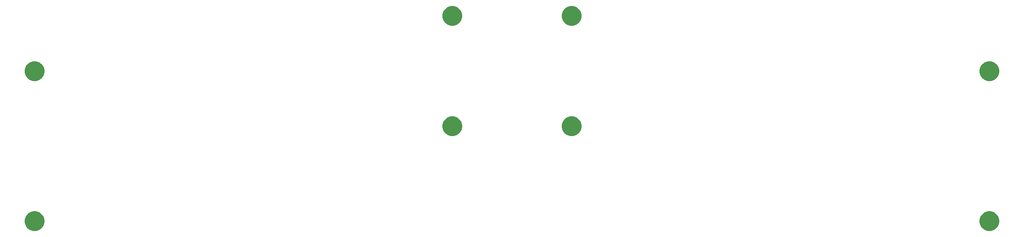
<source format=gbs>
G04 #@! TF.GenerationSoftware,KiCad,Pcbnew,(5.1.4)-1*
G04 #@! TF.CreationDate,2021-09-24T23:07:36-04:00*
G04 #@! TF.ProjectId,horizon-choc-bottom-plate,686f7269-7a6f-46e2-9d63-686f632d626f,rev?*
G04 #@! TF.SameCoordinates,Original*
G04 #@! TF.FileFunction,Soldermask,Bot*
G04 #@! TF.FilePolarity,Negative*
%FSLAX46Y46*%
G04 Gerber Fmt 4.6, Leading zero omitted, Abs format (unit mm)*
G04 Created by KiCad (PCBNEW (5.1.4)-1) date 2021-09-24 23:07:36*
%MOMM*%
%LPD*%
G04 APERTURE LIST*
%ADD10C,0.100000*%
G04 APERTURE END LIST*
D10*
G36*
X94275880Y-143759776D02*
G01*
X94656593Y-143835504D01*
X95066249Y-144005189D01*
X95434929Y-144251534D01*
X95748466Y-144565071D01*
X95994811Y-144933751D01*
X96164496Y-145343407D01*
X96251000Y-145778296D01*
X96251000Y-146221704D01*
X96164496Y-146656593D01*
X95994811Y-147066249D01*
X95748466Y-147434929D01*
X95434929Y-147748466D01*
X95066249Y-147994811D01*
X94656593Y-148164496D01*
X94275880Y-148240224D01*
X94221705Y-148251000D01*
X93778295Y-148251000D01*
X93724120Y-148240224D01*
X93343407Y-148164496D01*
X92933751Y-147994811D01*
X92565071Y-147748466D01*
X92251534Y-147434929D01*
X92005189Y-147066249D01*
X91835504Y-146656593D01*
X91749000Y-146221704D01*
X91749000Y-145778296D01*
X91835504Y-145343407D01*
X92005189Y-144933751D01*
X92251534Y-144565071D01*
X92565071Y-144251534D01*
X92933751Y-144005189D01*
X93343407Y-143835504D01*
X93724120Y-143759776D01*
X93778295Y-143749000D01*
X94221705Y-143749000D01*
X94275880Y-143759776D01*
X94275880Y-143759776D01*
G37*
G36*
X310275880Y-143759776D02*
G01*
X310656593Y-143835504D01*
X311066249Y-144005189D01*
X311434929Y-144251534D01*
X311748466Y-144565071D01*
X311994811Y-144933751D01*
X312164496Y-145343407D01*
X312251000Y-145778296D01*
X312251000Y-146221704D01*
X312164496Y-146656593D01*
X311994811Y-147066249D01*
X311748466Y-147434929D01*
X311434929Y-147748466D01*
X311066249Y-147994811D01*
X310656593Y-148164496D01*
X310275880Y-148240224D01*
X310221705Y-148251000D01*
X309778295Y-148251000D01*
X309724120Y-148240224D01*
X309343407Y-148164496D01*
X308933751Y-147994811D01*
X308565071Y-147748466D01*
X308251534Y-147434929D01*
X308005189Y-147066249D01*
X307835504Y-146656593D01*
X307749000Y-146221704D01*
X307749000Y-145778296D01*
X307835504Y-145343407D01*
X308005189Y-144933751D01*
X308251534Y-144565071D01*
X308565071Y-144251534D01*
X308933751Y-144005189D01*
X309343407Y-143835504D01*
X309724120Y-143759776D01*
X309778295Y-143749000D01*
X310221705Y-143749000D01*
X310275880Y-143759776D01*
X310275880Y-143759776D01*
G37*
G36*
X188775880Y-122259776D02*
G01*
X189156593Y-122335504D01*
X189566249Y-122505189D01*
X189934929Y-122751534D01*
X190248466Y-123065071D01*
X190494811Y-123433751D01*
X190664496Y-123843407D01*
X190751000Y-124278296D01*
X190751000Y-124721704D01*
X190664496Y-125156593D01*
X190494811Y-125566249D01*
X190248466Y-125934929D01*
X189934929Y-126248466D01*
X189566249Y-126494811D01*
X189156593Y-126664496D01*
X188775880Y-126740224D01*
X188721705Y-126751000D01*
X188278295Y-126751000D01*
X188224120Y-126740224D01*
X187843407Y-126664496D01*
X187433751Y-126494811D01*
X187065071Y-126248466D01*
X186751534Y-125934929D01*
X186505189Y-125566249D01*
X186335504Y-125156593D01*
X186249000Y-124721704D01*
X186249000Y-124278296D01*
X186335504Y-123843407D01*
X186505189Y-123433751D01*
X186751534Y-123065071D01*
X187065071Y-122751534D01*
X187433751Y-122505189D01*
X187843407Y-122335504D01*
X188224120Y-122259776D01*
X188278295Y-122249000D01*
X188721705Y-122249000D01*
X188775880Y-122259776D01*
X188775880Y-122259776D01*
G37*
G36*
X215775880Y-122259776D02*
G01*
X216156593Y-122335504D01*
X216566249Y-122505189D01*
X216934929Y-122751534D01*
X217248466Y-123065071D01*
X217494811Y-123433751D01*
X217664496Y-123843407D01*
X217751000Y-124278296D01*
X217751000Y-124721704D01*
X217664496Y-125156593D01*
X217494811Y-125566249D01*
X217248466Y-125934929D01*
X216934929Y-126248466D01*
X216566249Y-126494811D01*
X216156593Y-126664496D01*
X215775880Y-126740224D01*
X215721705Y-126751000D01*
X215278295Y-126751000D01*
X215224120Y-126740224D01*
X214843407Y-126664496D01*
X214433751Y-126494811D01*
X214065071Y-126248466D01*
X213751534Y-125934929D01*
X213505189Y-125566249D01*
X213335504Y-125156593D01*
X213249000Y-124721704D01*
X213249000Y-124278296D01*
X213335504Y-123843407D01*
X213505189Y-123433751D01*
X213751534Y-123065071D01*
X214065071Y-122751534D01*
X214433751Y-122505189D01*
X214843407Y-122335504D01*
X215224120Y-122259776D01*
X215278295Y-122249000D01*
X215721705Y-122249000D01*
X215775880Y-122259776D01*
X215775880Y-122259776D01*
G37*
G36*
X310275880Y-109759776D02*
G01*
X310656593Y-109835504D01*
X311066249Y-110005189D01*
X311434929Y-110251534D01*
X311748466Y-110565071D01*
X311994811Y-110933751D01*
X312164496Y-111343407D01*
X312251000Y-111778296D01*
X312251000Y-112221704D01*
X312164496Y-112656593D01*
X311994811Y-113066249D01*
X311748466Y-113434929D01*
X311434929Y-113748466D01*
X311066249Y-113994811D01*
X310656593Y-114164496D01*
X310275880Y-114240224D01*
X310221705Y-114251000D01*
X309778295Y-114251000D01*
X309724120Y-114240224D01*
X309343407Y-114164496D01*
X308933751Y-113994811D01*
X308565071Y-113748466D01*
X308251534Y-113434929D01*
X308005189Y-113066249D01*
X307835504Y-112656593D01*
X307749000Y-112221704D01*
X307749000Y-111778296D01*
X307835504Y-111343407D01*
X308005189Y-110933751D01*
X308251534Y-110565071D01*
X308565071Y-110251534D01*
X308933751Y-110005189D01*
X309343407Y-109835504D01*
X309724120Y-109759776D01*
X309778295Y-109749000D01*
X310221705Y-109749000D01*
X310275880Y-109759776D01*
X310275880Y-109759776D01*
G37*
G36*
X94275880Y-109759776D02*
G01*
X94656593Y-109835504D01*
X95066249Y-110005189D01*
X95434929Y-110251534D01*
X95748466Y-110565071D01*
X95994811Y-110933751D01*
X96164496Y-111343407D01*
X96251000Y-111778296D01*
X96251000Y-112221704D01*
X96164496Y-112656593D01*
X95994811Y-113066249D01*
X95748466Y-113434929D01*
X95434929Y-113748466D01*
X95066249Y-113994811D01*
X94656593Y-114164496D01*
X94275880Y-114240224D01*
X94221705Y-114251000D01*
X93778295Y-114251000D01*
X93724120Y-114240224D01*
X93343407Y-114164496D01*
X92933751Y-113994811D01*
X92565071Y-113748466D01*
X92251534Y-113434929D01*
X92005189Y-113066249D01*
X91835504Y-112656593D01*
X91749000Y-112221704D01*
X91749000Y-111778296D01*
X91835504Y-111343407D01*
X92005189Y-110933751D01*
X92251534Y-110565071D01*
X92565071Y-110251534D01*
X92933751Y-110005189D01*
X93343407Y-109835504D01*
X93724120Y-109759776D01*
X93778295Y-109749000D01*
X94221705Y-109749000D01*
X94275880Y-109759776D01*
X94275880Y-109759776D01*
G37*
G36*
X188775880Y-97259776D02*
G01*
X189156593Y-97335504D01*
X189566249Y-97505189D01*
X189934929Y-97751534D01*
X190248466Y-98065071D01*
X190494811Y-98433751D01*
X190664496Y-98843407D01*
X190751000Y-99278296D01*
X190751000Y-99721704D01*
X190664496Y-100156593D01*
X190494811Y-100566249D01*
X190248466Y-100934929D01*
X189934929Y-101248466D01*
X189566249Y-101494811D01*
X189156593Y-101664496D01*
X188775880Y-101740224D01*
X188721705Y-101751000D01*
X188278295Y-101751000D01*
X188224120Y-101740224D01*
X187843407Y-101664496D01*
X187433751Y-101494811D01*
X187065071Y-101248466D01*
X186751534Y-100934929D01*
X186505189Y-100566249D01*
X186335504Y-100156593D01*
X186249000Y-99721704D01*
X186249000Y-99278296D01*
X186335504Y-98843407D01*
X186505189Y-98433751D01*
X186751534Y-98065071D01*
X187065071Y-97751534D01*
X187433751Y-97505189D01*
X187843407Y-97335504D01*
X188224120Y-97259776D01*
X188278295Y-97249000D01*
X188721705Y-97249000D01*
X188775880Y-97259776D01*
X188775880Y-97259776D01*
G37*
G36*
X215775880Y-97259776D02*
G01*
X216156593Y-97335504D01*
X216566249Y-97505189D01*
X216934929Y-97751534D01*
X217248466Y-98065071D01*
X217494811Y-98433751D01*
X217664496Y-98843407D01*
X217751000Y-99278296D01*
X217751000Y-99721704D01*
X217664496Y-100156593D01*
X217494811Y-100566249D01*
X217248466Y-100934929D01*
X216934929Y-101248466D01*
X216566249Y-101494811D01*
X216156593Y-101664496D01*
X215775880Y-101740224D01*
X215721705Y-101751000D01*
X215278295Y-101751000D01*
X215224120Y-101740224D01*
X214843407Y-101664496D01*
X214433751Y-101494811D01*
X214065071Y-101248466D01*
X213751534Y-100934929D01*
X213505189Y-100566249D01*
X213335504Y-100156593D01*
X213249000Y-99721704D01*
X213249000Y-99278296D01*
X213335504Y-98843407D01*
X213505189Y-98433751D01*
X213751534Y-98065071D01*
X214065071Y-97751534D01*
X214433751Y-97505189D01*
X214843407Y-97335504D01*
X215224120Y-97259776D01*
X215278295Y-97249000D01*
X215721705Y-97249000D01*
X215775880Y-97259776D01*
X215775880Y-97259776D01*
G37*
M02*

</source>
